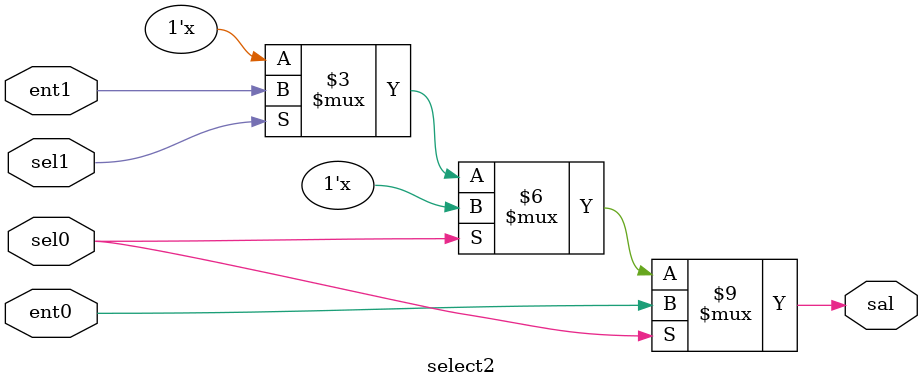
<source format=v>
module select2 (sal, ent0, ent1, sel0, sel1);
  parameter tamData = 0;
  input [tamData:0] ent0, ent1;
  input sel0, sel1;
  output [tamData:0] sal;
  reg [tamData:0] sal;

  always @(ent0 or ent1 or sel0 or sel1)
    begin
      if (sel0)
        sal = ent0;
      else if (sel1)
        sal = ent1;
    end
endmodule


</source>
